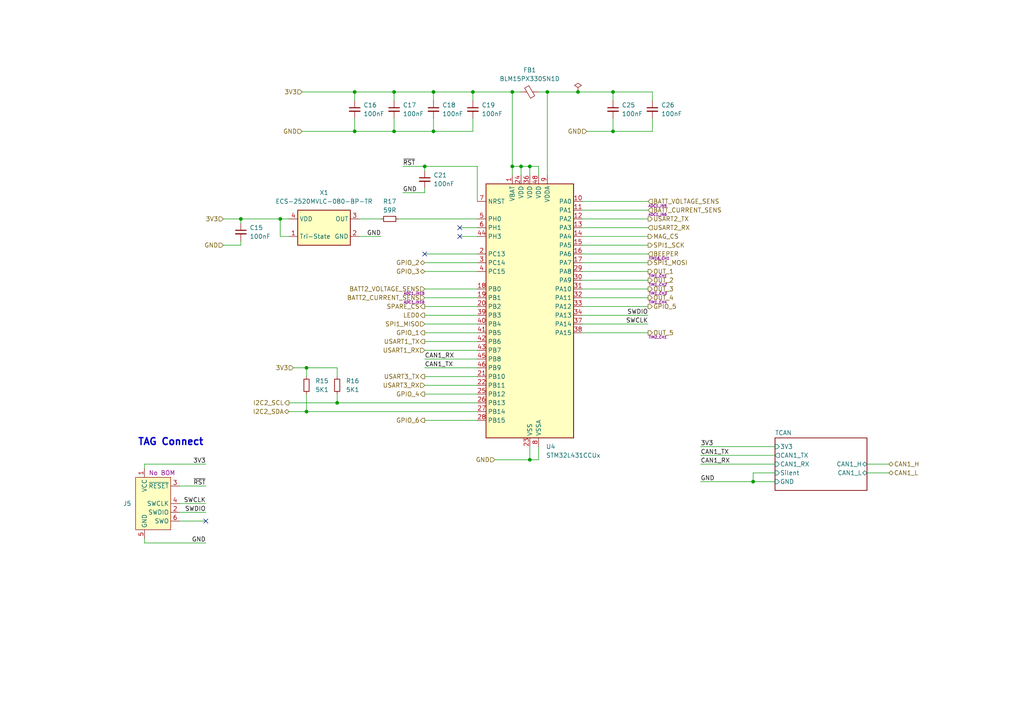
<source format=kicad_sch>
(kicad_sch (version 20250114) (generator "eeschema") (generator_version "9.0")
  (paper "A4")
  (lib_symbols
    (symbol "Connector:Conn_ARM_SWD_TagConnect_TC2030-NL" (in_bom no)
      (property "Reference" "J" (at 2.54 11.43 0))
      (property "Value" "Conn_ARM_SWD_TagConnect_TC2030-NL" (at 2.54 8.89 0))
      (symbol "Conn_ARM_SWD_TagConnect_TC2030-NL_0_0"
        (pin power_in line (at -2.54 10.16 270) (length 2.54) (name "VCC") (number "1"))
        (pin power_in line (at -2.54 -10.16 90) (length 2.54) (name "GND") (number "5"))
        (pin open_collector line (at 7.62 5.08 180) (length 2.54) (name "~{RESET}") (number "3"))
        (pin output line (at 7.62 0 180) (length 2.54) (name "SWCLK") (number "4"))
        (pin bidirectional line (at 7.62 -2.54 180) (length 2.54) (name "SWDIO") (number "2"))
        (pin input line (at 7.62 -5.08 180) (length 2.54) (name "SWO") (number "6"))
      )
      (symbol "Conn_ARM_SWD_TagConnect_TC2030-NL_0_1"
        (rectangle (start -5.08 7.62) (end 5.08 -7.62) (fill (type background)))
      )
    )
    (symbol "Device:C_Small" (pin_numbers (hide yes)) (pin_names (offset 0.254) (hide yes))
      (property "Reference" "C" (at 0.254 1.778 0))
      (property "Value" "C_Small" (at 0.254 -2.032 0))
      (symbol "C_Small_0_1"
        (polyline (pts (xy -1.524 0.508) (xy 1.524 0.508)) (stroke (width 0.3048)))
        (polyline (pts (xy -1.524 -0.508) (xy 1.524 -0.508)) (stroke (width 0.3302)))
      )
      (symbol "C_Small_1_1"
        (pin passive line (at 0 2.54 270) (length 2.032) (name "~") (number "1"))
        (pin passive line (at 0 -2.54 90) (length 2.032) (name "~") (number "2"))
      )
    )
    (symbol "Device:FerriteBead_Small" (pin_numbers (hide yes)) (pin_names (offset 0))
      (property "Reference" "FB" (at 1.905 1.27 0))
      (property "Value" "FerriteBead_Small" (at 1.905 -1.27 0))
      (symbol "FerriteBead_Small_0_1"
        (polyline (pts (xy -1.8288 0.2794) (xy -1.1176 1.4986) (xy 1.8288 -0.2032) (xy 1.1176 -1.4224) (xy -1.8288 0.2794)))
        (polyline (pts (xy 0 0.889) (xy 0 1.2954)))
        (polyline (pts (xy 0 -1.27) (xy 0 -0.7874)))
      )
      (symbol "FerriteBead_Small_1_1"
        (pin passive line (at 0 2.54 270) (length 1.27) (name "~") (number "1"))
        (pin passive line (at 0 -2.54 90) (length 1.27) (name "~") (number "2"))
      )
    )
    (symbol "Device:R_Small" (pin_numbers (hide yes)) (pin_names (offset 0.254) (hide yes))
      (property "Reference" "R" (at 0 0 90))
      (property "Value" "R_Small" (at 1.778 0 90))
      (symbol "R_Small_0_1"
        (rectangle (start -0.762 1.778) (end 0.762 -1.778) (stroke (width 0.2032)))
      )
      (symbol "R_Small_1_1"
        (pin passive line (at 0 2.54 270) (length 0.762) (name "~") (number "1"))
        (pin passive line (at 0 -2.54 90) (length 0.762) (name "~") (number "2"))
      )
    )
    (symbol "MCU_ST_STM32L4:STM32L431CCUx"
      (property "Reference" "U" (at -12.7 39.37 0))
      (property "Value" "STM32L431CCUx" (at 7.62 39.37 0))
      (symbol "STM32L431CCUx_0_1"
        (rectangle (start -12.7 -35.56) (end 12.7 38.1) (stroke (width 0.254)) (fill (type background)))
      )
      (symbol "STM32L431CCUx_1_1"
        (pin input line (at -15.24 33.02 0) (length 2.54) (name "NRST") (number "7"))
        (pin bidirectional line (at -15.24 27.94 0) (length 2.54) (name "PH0") (number "5"))
        (pin bidirectional line (at -15.24 25.4 0) (length 2.54) (name "PH1") (number "6"))
        (pin bidirectional line (at -15.24 22.86 0) (length 2.54) (name "PH3") (number "44"))
        (pin bidirectional line (at -15.24 17.78 0) (length 2.54) (name "PC13") (number "2"))
        (pin bidirectional line (at -15.24 15.24 0) (length 2.54) (name "PC14") (number "3"))
        (pin bidirectional line (at -15.24 12.7 0) (length 2.54) (name "PC15") (number "4"))
        (pin bidirectional line (at -15.24 7.62 0) (length 2.54) (name "PB0") (number "18"))
        (pin bidirectional line (at -15.24 5.08 0) (length 2.54) (name "PB1") (number "19"))
        (pin bidirectional line (at -15.24 2.54 0) (length 2.54) (name "PB2") (number "20"))
        (pin bidirectional line (at -15.24 0 0) (length 2.54) (name "PB3") (number "39"))
        (pin bidirectional line (at -15.24 -2.54 0) (length 2.54) (name "PB4") (number "40"))
        (pin bidirectional line (at -15.24 -5.08 0) (length 2.54) (name "PB5") (number "41"))
        (pin bidirectional line (at -15.24 -7.62 0) (length 2.54) (name "PB6") (number "42"))
        (pin bidirectional line (at -15.24 -10.16 0) (length 2.54) (name "PB7") (number "43"))
        (pin bidirectional line (at -15.24 -12.7 0) (length 2.54) (name "PB8") (number "45"))
        (pin bidirectional line (at -15.24 -15.24 0) (length 2.54) (name "PB9") (number "46"))
        (pin bidirectional line (at -15.24 -17.78 0) (length 2.54) (name "PB10") (number "21"))
        (pin bidirectional line (at -15.24 -20.32 0) (length 2.54) (name "PB11") (number "22"))
        (pin bidirectional line (at -15.24 -22.86 0) (length 2.54) (name "PB12") (number "25"))
        (pin bidirectional line (at -15.24 -25.4 0) (length 2.54) (name "PB13") (number "26"))
        (pin bidirectional line (at -15.24 -27.94 0) (length 2.54) (name "PB14") (number "27"))
        (pin bidirectional line (at -15.24 -30.48 0) (length 2.54) (name "PB15") (number "28"))
        (pin power_in line (at -5.08 40.64 270) (length 2.54) (name "VBAT") (number "1"))
        (pin power_in line (at -2.54 40.64 270) (length 2.54) (name "VDD") (number "24"))
        (pin power_in line (at 0 40.64 270) (length 2.54) (name "VDD") (number "36"))
        (pin power_in line (at 0 -38.1 90) (length 2.54) (name "VSS") (number "23"))
        (pin passive line (at 0 -38.1 90) (length 2.54) (hide yes) (name "VSS") (number "35"))
        (pin passive line (at 0 -38.1 90) (length 2.54) (hide yes) (name "VSS") (number "47"))
        (pin passive line (at 0 -38.1 90) (length 2.54) (hide yes) (name "VSS") (number "49"))
        (pin power_in line (at 2.54 40.64 270) (length 2.54) (name "VDD") (number "48"))
        (pin power_in line (at 2.54 -38.1 90) (length 2.54) (name "VSSA") (number "8"))
        (pin power_in line (at 5.08 40.64 270) (length 2.54) (name "VDDA") (number "9"))
        (pin bidirectional line (at 15.24 33.02 180) (length 2.54) (name "PA0") (number "10"))
        (pin bidirectional line (at 15.24 30.48 180) (length 2.54) (name "PA1") (number "11"))
        (pin bidirectional line (at 15.24 27.94 180) (length 2.54) (name "PA2") (number "12"))
        (pin bidirectional line (at 15.24 25.4 180) (length 2.54) (name "PA3") (number "13"))
        (pin bidirectional line (at 15.24 22.86 180) (length 2.54) (name "PA4") (number "14"))
        (pin bidirectional line (at 15.24 20.32 180) (length 2.54) (name "PA5") (number "15"))
        (pin bidirectional line (at 15.24 17.78 180) (length 2.54) (name "PA6") (number "16"))
        (pin bidirectional line (at 15.24 15.24 180) (length 2.54) (name "PA7") (number "17"))
        (pin bidirectional line (at 15.24 12.7 180) (length 2.54) (name "PA8") (number "29"))
        (pin bidirectional line (at 15.24 10.16 180) (length 2.54) (name "PA9") (number "30"))
        (pin bidirectional line (at 15.24 7.62 180) (length 2.54) (name "PA10") (number "31"))
        (pin bidirectional line (at 15.24 5.08 180) (length 2.54) (name "PA11") (number "32"))
        (pin bidirectional line (at 15.24 2.54 180) (length 2.54) (name "PA12") (number "33"))
        (pin bidirectional line (at 15.24 0 180) (length 2.54) (name "PA13") (number "34"))
        (pin bidirectional line (at 15.24 -2.54 180) (length 2.54) (name "PA14") (number "37"))
        (pin bidirectional line (at 15.24 -5.08 180) (length 2.54) (name "PA15") (number "38"))
      )
    )
    (symbol "Mad_Symbols:ECS-2520MV-xxx-xx"
      (property "Reference" "X" (at -5.08 6.35 0))
      (property "Value" "ECS-2520MV-xxx-xx" (at -7.874 -6.35 0))
      (symbol "ECS-2520MV-xxx-xx_0_1"
        (rectangle (start -7.62 5.08) (end 7.62 -5.08) (stroke (width 0.254)) (fill (type background)))
      )
      (symbol "ECS-2520MV-xxx-xx_1_1"
        (pin power_in line (at -10.16 2.54 0) (length 2.54) (name "VDD") (number "4"))
        (pin input line (at -10.16 -2.54 0) (length 2.54) (name "Tri-State") (number "1"))
        (pin output line (at 10.16 2.54 180) (length 2.54) (name "OUT") (number "3"))
        (pin power_in line (at 10.16 -2.54 180) (length 2.54) (name "GND") (number "2"))
      )
    )
    (symbol "power:PWR_FLAG" (power) (pin_numbers (hide yes)) (pin_names (offset 0) (hide yes))
      (property "Value" "PWR_FLAG" (at 0 3.81 0))
      (symbol "PWR_FLAG_0_0"
        (pin power_out line (at 0 0 90) (length 0) (name "~") (number "1"))
      )
      (symbol "PWR_FLAG_0_1"
        (polyline (pts (xy 0 0) (xy 0 1.27) (xy -1.016 1.905) (xy 0 2.54) (xy 1.016 1.905) (xy 0 1.27)))
      )
    )
  )
  (text "TAG Connect" (at 49.53 128.27 0) (effects (font (size 2 2) (thickness 0.4) (bold yes))))
  (junction (at 97.79 116.84))
  (junction (at 153.67 48.26))
  (junction (at 125.73 38.1))
  (junction (at 102.87 26.67))
  (junction (at 148.59 48.26))
  (junction (at 151.13 48.26))
  (junction (at 114.3 26.67))
  (junction (at 123.19 48.26))
  (junction (at 148.59 26.67))
  (junction (at 88.9 106.68))
  (junction (at 81.28 63.5))
  (junction (at 153.67 133.35))
  (junction (at 102.87 38.1))
  (junction (at 88.9 119.38))
  (junction (at 167.64 26.67))
  (junction (at 158.75 26.67))
  (junction (at 177.8 26.67))
  (junction (at 137.16 26.67))
  (junction (at 177.8 38.1))
  (junction (at 114.3 38.1))
  (junction (at 69.85 63.5))
  (junction (at 125.73 26.67))
  (junction (at 218.44 139.7))
  (no_connect (at 133.35 66.04))
  (no_connect (at 123.19 73.66))
  (no_connect (at 133.35 68.58))
  (no_connect (at 59.69 151.13))
  (wire (pts (xy 168.91 71.12) (xy 187.96 71.12)))
  (wire (pts (xy 218.44 137.16) (xy 218.44 139.7)))
  (wire (pts (xy 177.8 34.29) (xy 177.8 38.1)))
  (wire (pts (xy 153.67 48.26) (xy 156.21 48.26)))
  (wire (pts (xy 123.19 49.53) (xy 123.19 48.26)))
  (wire (pts (xy 203.2 129.54) (xy 224.79 129.54)))
  (wire (pts (xy 116.84 55.88) (xy 123.19 55.88)))
  (wire (pts (xy 218.44 139.7) (xy 224.79 139.7)))
  (wire (pts (xy 218.44 137.16) (xy 224.79 137.16)))
  (wire (pts (xy 115.57 63.5) (xy 138.43 63.5)))
  (wire (pts (xy 167.64 26.67) (xy 177.8 26.67)))
  (wire (pts (xy 104.14 63.5) (xy 110.49 63.5)))
  (wire (pts (xy 168.91 91.44) (xy 187.96 91.44)))
  (wire (pts (xy 123.19 96.52) (xy 138.43 96.52)))
  (wire (pts (xy 123.19 78.74) (xy 138.43 78.74)))
  (wire (pts (xy 153.67 133.35) (xy 156.21 133.35)))
  (wire (pts (xy 123.19 48.26) (xy 116.84 48.26)))
  (wire (pts (xy 133.35 66.04) (xy 138.43 66.04)))
  (wire (pts (xy 203.2 132.08) (xy 224.79 132.08)))
  (wire (pts (xy 187.96 78.74) (xy 168.91 78.74)))
  (wire (pts (xy 187.96 68.58) (xy 168.91 68.58)))
  (wire (pts (xy 81.28 63.5) (xy 81.28 68.58)))
  (wire (pts (xy 123.19 106.68) (xy 138.43 106.68)))
  (wire (pts (xy 97.79 106.68) (xy 97.79 109.22)))
  (wire (pts (xy 203.2 134.62) (xy 224.79 134.62)))
  (wire (pts (xy 187.96 88.9) (xy 168.91 88.9)))
  (wire (pts (xy 156.21 129.54) (xy 156.21 133.35)))
  (wire (pts (xy 170.18 38.1) (xy 177.8 38.1)))
  (wire (pts (xy 52.07 151.13) (xy 59.69 151.13)))
  (wire (pts (xy 151.13 48.26) (xy 151.13 50.8)))
  (wire (pts (xy 85.09 106.68) (xy 88.9 106.68)))
  (wire (pts (xy 102.87 26.67) (xy 102.87 29.21)))
  (wire (pts (xy 187.96 73.66) (xy 168.91 73.66)))
  (wire (pts (xy 64.77 63.5) (xy 69.85 63.5)))
  (wire (pts (xy 148.59 26.67) (xy 151.13 26.67)))
  (wire (pts (xy 123.19 99.06) (xy 138.43 99.06)))
  (wire (pts (xy 69.85 64.77) (xy 69.85 63.5)))
  (wire (pts (xy 102.87 26.67) (xy 114.3 26.67)))
  (wire (pts (xy 123.19 121.92) (xy 138.43 121.92)))
  (wire (pts (xy 148.59 26.67) (xy 148.59 48.26)))
  (wire (pts (xy 203.2 139.7) (xy 218.44 139.7)))
  (wire (pts (xy 87.63 38.1) (xy 102.87 38.1)))
  (wire (pts (xy 177.8 29.21) (xy 177.8 26.67)))
  (wire (pts (xy 123.19 101.6) (xy 138.43 101.6)))
  (wire (pts (xy 88.9 119.38) (xy 138.43 119.38)))
  (wire (pts (xy 187.96 76.2) (xy 168.91 76.2)))
  (wire (pts (xy 251.46 134.62) (xy 257.81 134.62)))
  (wire (pts (xy 189.23 34.29) (xy 189.23 38.1)))
  (wire (pts (xy 168.91 96.52) (xy 187.96 96.52)))
  (wire (pts (xy 158.75 26.67) (xy 167.64 26.67)))
  (wire (pts (xy 148.59 48.26) (xy 151.13 48.26)))
  (wire (pts (xy 83.82 116.84) (xy 97.79 116.84)))
  (wire (pts (xy 102.87 38.1) (xy 102.87 34.29)))
  (wire (pts (xy 251.46 137.16) (xy 257.81 137.16)))
  (wire (pts (xy 123.19 109.22) (xy 138.43 109.22)))
  (wire (pts (xy 83.82 68.58) (xy 81.28 68.58)))
  (wire (pts (xy 137.16 26.67) (xy 137.16 29.21)))
  (wire (pts (xy 143.51 133.35) (xy 153.67 133.35)))
  (wire (pts (xy 52.07 146.05) (xy 59.69 146.05)))
  (wire (pts (xy 123.19 111.76) (xy 138.43 111.76)))
  (wire (pts (xy 153.67 129.54) (xy 153.67 133.35)))
  (wire (pts (xy 69.85 71.12) (xy 69.85 69.85)))
  (wire (pts (xy 151.13 48.26) (xy 153.67 48.26)))
  (wire (pts (xy 88.9 106.68) (xy 97.79 106.68)))
  (wire (pts (xy 59.69 134.62) (xy 41.91 134.62)))
  (wire (pts (xy 123.19 73.66) (xy 138.43 73.66)))
  (wire (pts (xy 102.87 38.1) (xy 114.3 38.1)))
  (wire (pts (xy 97.79 114.3) (xy 97.79 116.84)))
  (wire (pts (xy 156.21 26.67) (xy 158.75 26.67)))
  (wire (pts (xy 123.19 86.36) (xy 138.43 86.36)))
  (wire (pts (xy 187.96 81.28) (xy 168.91 81.28)))
  (wire (pts (xy 52.07 148.59) (xy 59.69 148.59)))
  (wire (pts (xy 125.73 26.67) (xy 125.73 29.21)))
  (wire (pts (xy 52.07 140.97) (xy 59.69 140.97)))
  (wire (pts (xy 123.19 104.14) (xy 138.43 104.14)))
  (wire (pts (xy 125.73 38.1) (xy 125.73 34.29)))
  (wire (pts (xy 137.16 26.67) (xy 148.59 26.67)))
  (wire (pts (xy 148.59 48.26) (xy 148.59 50.8)))
  (wire (pts (xy 41.91 157.48) (xy 41.91 156.21)))
  (wire (pts (xy 114.3 38.1) (xy 125.73 38.1)))
  (wire (pts (xy 153.67 48.26) (xy 153.67 50.8)))
  (wire (pts (xy 97.79 116.84) (xy 138.43 116.84)))
  (wire (pts (xy 69.85 63.5) (xy 81.28 63.5)))
  (wire (pts (xy 168.91 66.04) (xy 187.96 66.04)))
  (wire (pts (xy 88.9 106.68) (xy 88.9 109.22)))
  (wire (pts (xy 187.96 60.96) (xy 168.91 60.96)))
  (wire (pts (xy 59.69 157.48) (xy 41.91 157.48)))
  (wire (pts (xy 123.19 114.3) (xy 138.43 114.3)))
  (wire (pts (xy 123.19 83.82) (xy 138.43 83.82)))
  (wire (pts (xy 114.3 26.67) (xy 114.3 29.21)))
  (wire (pts (xy 133.35 68.58) (xy 138.43 68.58)))
  (wire (pts (xy 87.63 26.67) (xy 102.87 26.67)))
  (wire (pts (xy 83.82 119.38) (xy 88.9 119.38)))
  (wire (pts (xy 138.43 48.26) (xy 123.19 48.26)))
  (wire (pts (xy 125.73 26.67) (xy 137.16 26.67)))
  (wire (pts (xy 41.91 134.62) (xy 41.91 135.89)))
  (wire (pts (xy 123.19 76.2) (xy 138.43 76.2)))
  (wire (pts (xy 123.19 93.98) (xy 138.43 93.98)))
  (wire (pts (xy 64.77 71.12) (xy 69.85 71.12)))
  (wire (pts (xy 189.23 26.67) (xy 177.8 26.67)))
  (wire (pts (xy 168.91 63.5) (xy 187.96 63.5)))
  (wire (pts (xy 88.9 114.3) (xy 88.9 119.38)))
  (wire (pts (xy 187.96 86.36) (xy 168.91 86.36)))
  (wire (pts (xy 114.3 38.1) (xy 114.3 34.29)))
  (wire (pts (xy 138.43 48.26) (xy 138.43 58.42)))
  (wire (pts (xy 137.16 38.1) (xy 137.16 34.29)))
  (wire (pts (xy 189.23 29.21) (xy 189.23 26.67)))
  (wire (pts (xy 123.19 88.9) (xy 138.43 88.9)))
  (wire (pts (xy 123.19 55.88) (xy 123.19 54.61)))
  (wire (pts (xy 104.14 68.58) (xy 110.49 68.58)))
  (wire (pts (xy 177.8 38.1) (xy 189.23 38.1)))
  (wire (pts (xy 123.19 91.44) (xy 138.43 91.44)))
  (wire (pts (xy 187.96 83.82) (xy 168.91 83.82)))
  (wire (pts (xy 168.91 93.98) (xy 187.96 93.98)))
  (wire (pts (xy 187.96 58.42) (xy 168.91 58.42)))
  (wire (pts (xy 114.3 26.67) (xy 125.73 26.67)))
  (wire (pts (xy 125.73 38.1) (xy 137.16 38.1)))
  (wire (pts (xy 158.75 26.67) (xy 158.75 50.8)))
  (wire (pts (xy 81.28 63.5) (xy 83.82 63.5)))
  (wire (pts (xy 156.21 48.26) (xy 156.21 50.8)))
  (label "GND" (at 59.69 157.48 180))
  (label "CAN1_TX" (at 203.2 132.08 0))
  (label "GND" (at 203.2 139.7 0))
  (label "CAN1_TX" (at 123.19 106.68 0))
  (label "SWCLK" (at 59.69 146.05 180))
  (label "3V3" (at 203.2 129.54 0))
  (label "SWDIO" (at 59.69 148.59 180))
  (label "CAN1_RX" (at 123.19 104.14 0))
  (label "SWCLK" (at 187.96 93.98 180))
  (label "~{RST}" (at 59.69 140.97 180))
  (label "SWDIO" (at 187.96 91.44 180))
  (label "GND" (at 116.84 55.88 0))
  (label "GND" (at 110.49 68.58 180))
  (label "~{RST}" (at 116.84 48.26 0))
  (label "3V3" (at 59.69 134.62 180))
  (label "CAN1_RX" (at 203.2 134.62 0))
  (hierarchical_label "USART3_RX" (shape input) (at 123.19 111.76 180))
  (hierarchical_label "CAN1_H" (shape bidirectional) (at 257.81 134.62 0))
  (hierarchical_label "GPIO_1" (shape output) (at 123.19 96.52 180))
  (hierarchical_label "GND" (shape input) (at 87.63 38.1 180))
  (hierarchical_label "BATT_CURRENT_SENS" (shape input) (at 187.96 60.96 0) (property "Use" "ADC1_IN6" (at 187.96 62.23 0) (effects (font (size 0.75 0.75) (italic yes)) (justify left))))
  (hierarchical_label "GPIO_5" (shape output) (at 187.96 88.9 0))
  (hierarchical_label "I2C2_SDA" (shape bidirectional) (at 83.82 119.38 180))
  (hierarchical_label "3V3" (shape input) (at 85.09 106.68 180))
  (hierarchical_label "I2C2_SCL" (shape output) (at 83.82 116.84 180))
  (hierarchical_label "OUT_5" (shape output) (at 187.96 96.52 0) (effects (font (thickness 0.1588))) (property "Use" "TIM2_CH1" (at 187.96 97.79 0) (effects (font (size 0.75 0.75) (italic yes)) (justify left))))
  (hierarchical_label "GND" (shape input) (at 64.77 71.12 180))
  (hierarchical_label "USART1_RX" (shape input) (at 123.19 101.6 180))
  (hierarchical_label "OUT_2" (shape output) (at 187.96 81.28 0) (effects (font (thickness 0.1588))) (property "Use" "TIM1_CH2" (at 187.96 82.55 0) (effects (font (size 0.75 0.75) (italic yes)) (justify left))))
  (hierarchical_label "BATT2_VOLTAGE_SENS" (shape input) (at 123.19 83.82 180) (property "Use" "ADC1_IN15" (at 123.19 85.09 0) (effects (font (size 0.75 0.75) (italic yes)) (justify right))))
  (hierarchical_label "SPI1_MISO" (shape input) (at 123.19 93.98 180))
  (hierarchical_label "USART3_TX" (shape output) (at 123.19 109.22 180))
  (hierarchical_label "3V3" (shape input) (at 64.77 63.5 180))
  (hierarchical_label "GPIO_3" (shape bidirectional) (at 123.19 78.74 180))
  (hierarchical_label "USART1_TX" (shape output) (at 123.19 99.06 180))
  (hierarchical_label "SPARE_CS" (shape output) (at 123.19 88.9 180))
  (hierarchical_label "GPIO_2" (shape bidirectional) (at 123.19 76.2 180))
  (hierarchical_label "MAG_CS" (shape output) (at 187.96 68.58 0))
  (hierarchical_label "GND" (shape input) (at 143.51 133.35 180))
  (hierarchical_label "GPIO_4" (shape output) (at 123.19 114.3 180))
  (hierarchical_label "BATT2_CURRENT_SENS" (shape input) (at 123.19 86.36 180) (property "Use" "ADC1_IN16" (at 123.19 87.63 0) (effects (font (size 0.75 0.75) (italic yes)) (justify right))))
  (hierarchical_label "CAN1_L" (shape bidirectional) (at 257.81 137.16 0))
  (hierarchical_label "GND" (shape input) (at 170.18 38.1 180))
  (hierarchical_label "LED0" (shape output) (at 123.19 91.44 180))
  (hierarchical_label "OUT_1" (shape output) (at 187.96 78.74 0) (effects (font (thickness 0.1588))) (property "Use" "TIM1_CH1" (at 187.96 80.01 0) (effects (font (size 0.75 0.75) (italic yes)) (justify left))))
  (hierarchical_label "BEEPER" (shape input) (at 187.96 73.66 0) (property "Use" "TIM16_CH1" (at 187.96 74.93 0) (effects (font (size 0.75 0.75) (italic yes)) (justify left))))
  (hierarchical_label "OUT_3" (shape output) (at 187.96 83.82 0) (effects (font (thickness 0.1588))) (property "Use" "TIM1_CH3" (at 187.96 85.09 0) (effects (font (size 0.75 0.75) (italic yes)) (justify left))))
  (hierarchical_label "BATT_VOLTAGE_SENS" (shape input) (at 187.96 58.42 0) (property "Use" "ADC1_IN5" (at 187.96 59.69 0) (effects (font (size 0.75 0.75) (italic yes)) (justify left))))
  (hierarchical_label "OUT_4" (shape output) (at 187.96 86.36 0) (effects (font (thickness 0.1588))) (property "Use" "TIM1_CH4" (at 187.96 87.63 0) (effects (font (size 0.75 0.75) (italic yes)) (justify left))))
  (hierarchical_label "SPI1_MOSI" (shape output) (at 187.96 76.2 0))
  (hierarchical_label "3V3" (shape input) (at 87.63 26.67 180))
  (hierarchical_label "SPI1_SCK" (shape output) (at 187.96 71.12 0))
  (hierarchical_label "GPIO_6" (shape output) (at 123.19 121.92 180))
  (hierarchical_label "USART2_TX" (shape output) (at 187.96 63.5 0))
  (hierarchical_label "USART2_RX" (shape input) (at 187.96 66.04 0))
  (symbol (lib_id "MCU_ST_STM32L4:STM32L431CCUx") (at 153.67 91.44 0) (unit 1)
    (property "Reference" "U4" (at 158.3533 129.54 0) (effects (justify left)))
    (property "Value" "STM32L431CCUx" (at 158.3533 132.08 0) (effects (justify left)))
    (property "Footprint" "Package_DFN_QFN:QFN-48-1EP_7x7mm_P0.5mm_EP5.6x5.6mm" (effects (hide yes)))
    (property "Datasheet" "https://www.st.com/resource/en/datasheet/stm32l431cc.pdf" (effects (hide yes)))
    (property "Description" "STMicroelectronics Arm Cortex-M4 MCU, 256KB flash, 64KB RAM, 80 MHz, 1.71-3.6V, 38 GPIO, UFQFPN48" (effects (hide yes)))
    (property "Price" "$4.56 " (effects (hide yes)))
    (property "Rating" "IC MCU 32BIT 256KB FLSH 48UFQFPN" (effects (hide yes)))
    (property "Supplier" "Digikey" (effects (hide yes)))
    (property "Supplier PN" "497-17838-ND" (effects (hide yes)))
    (property "Manufacturer" "STMicroelectronics" (effects (hide yes)))
    (property "MPN" "STM32L431CCU6" (effects (hide yes)))
    (property "LCSC" "C1337258" (effects (hide yes)))
  )
  (symbol (lib_id "Device:C_Small") (at 102.87 31.75 0) (mirror y) (unit 1)
    (property "Reference" "C16" (at 105.41 30.4862 0) (effects (justify right)))
    (property "Value" "100nF" (at 105.41 33.0262 0) (effects (justify right)))
    (property "Footprint" "Capacitor_SMD:C_0402_1005Metric" (effects (hide yes)))
    (property "Datasheet" "https://www.yageo.com/upload/media/product/productsearch/datasheet/mlcc/UPY-GPHC_X7R_6.3V-to-250V_24.pdf" (effects (hide yes)))
    (property "Description" "0.1 µF ±10% 25V Ceramic Capacitor X7R 0402 (1005 Metric)" (effects (hide yes)))
    (property "Price" "$0.17" (effects (hide yes)))
    (property "Rating" "CAP 0402 50V 100 NF X7R" (effects (hide yes)))
    (property "Supplier" "Digikey" (effects (hide yes)))
    (property "Supplier PN" "13-CC0402KPX7R9BB104CT-ND" (effects (hide yes)))
    (property "Manufacturer" "YAGEO" (effects (hide yes)))
    (property "MPN" "CC0402KPX7R9BB104" (effects (hide yes)))
    (property "LCSC" "C432917" (effects (hide yes)))
  )
  (symbol (lib_id "Device:C_Small") (at 125.73 31.75 0) (mirror y) (unit 1)
    (property "Reference" "C18" (at 128.27 30.4862 0) (effects (justify right)))
    (property "Value" "100nF" (at 128.27 33.0262 0) (effects (justify right)))
    (property "Footprint" "Capacitor_SMD:C_0402_1005Metric" (effects (hide yes)))
    (property "Datasheet" "https://www.yageo.com/upload/media/product/productsearch/datasheet/mlcc/UPY-GPHC_X7R_6.3V-to-250V_24.pdf" (effects (hide yes)))
    (property "Description" "0.1 µF ±10% 25V Ceramic Capacitor X7R 0402 (1005 Metric)" (effects (hide yes)))
    (property "Price" "$0.17" (effects (hide yes)))
    (property "Rating" "CAP 0402 50V 100 NF X7R" (effects (hide yes)))
    (property "Supplier" "Digikey" (effects (hide yes)))
    (property "Supplier PN" "13-CC0402KPX7R9BB104CT-ND" (effects (hide yes)))
    (property "Manufacturer" "YAGEO" (effects (hide yes)))
    (property "MPN" "CC0402KPX7R9BB104" (effects (hide yes)))
    (property "LCSC" "C432917" (effects (hide yes)))
  )
  (symbol (lib_id "Device:C_Small") (at 137.16 31.75 0) (mirror y) (unit 1)
    (property "Reference" "C19" (at 139.7 30.4862 0) (effects (justify right)))
    (property "Value" "100nF" (at 139.7 33.0262 0) (effects (justify right)))
    (property "Footprint" "Capacitor_SMD:C_0402_1005Metric" (effects (hide yes)))
    (property "Datasheet" "https://www.yageo.com/upload/media/product/productsearch/datasheet/mlcc/UPY-GPHC_X7R_6.3V-to-250V_24.pdf" (effects (hide yes)))
    (property "Description" "0.1 µF ±10% 25V Ceramic Capacitor X7R 0402 (1005 Metric)" (effects (hide yes)))
    (property "Price" "$0.17" (effects (hide yes)))
    (property "Rating" "CAP 0402 50V 100 NF X7R" (effects (hide yes)))
    (property "Supplier" "Digikey" (effects (hide yes)))
    (property "Supplier PN" "13-CC0402KPX7R9BB104CT-ND" (effects (hide yes)))
    (property "Manufacturer" "YAGEO" (effects (hide yes)))
    (property "MPN" "CC0402KPX7R9BB104" (effects (hide yes)))
    (property "LCSC" "C432917" (effects (hide yes)))
  )
  (symbol (lib_id "Connector:Conn_ARM_SWD_TagConnect_TC2030-NL") (at 44.45 146.05 0) (unit 1) (in_bom no)
    (property "Reference" "J5" (at 38.1 146.0499 0) (effects (justify right)))
    (property "Value" "Conn_ARM_SWD_TagConnect_TC2030-NL" (effects (hide yes)))
    (property "Footprint" "Connector:Tag-Connect_TC2030-IDC-NL_2x03_P1.27mm_Vertical" (effects (hide yes)))
    (property "Datasheet" "https://www.tag-connect.com/wp-content/uploads/bsk-pdf-manager/TC2030-CTX_1.pdf" (effects (hide yes)))
    (property "Notes" "No BOM" (at 46.99 137.16 0))
  )
  (symbol (lib_id "Mad_Symbols:ECS-2520MV-xxx-xx") (at 93.98 66.04 0) (unit 1)
    (property "Reference" "X1" (at 93.98 55.88 0))
    (property "Value" "ECS-2520MVLC-080-BP-TR" (at 93.98 58.42 0))
    (property "Footprint" "Oscillator:Oscillator_SMD_ECS_2520MV-xxx-xx-4Pin_2.5x2.0mm" (effects (hide yes)))
    (property "Datasheet" "https://www.ecsxtal.com/store/pdf/ECS-2520MV.pdf" (effects (hide yes)))
    (property "Description" "HCMOS Crystal Clock Oscillator, 2.5x2.0 mm SMD" (effects (hide yes)))
    (property "Price" "$1.99" (effects (hide yes)))
    (property "Rating" "XTAL OSC XO 8.0MHZ CMOS SMD" (effects (hide yes)))
    (property "Supplier" "Digikey" (effects (hide yes)))
    (property "Supplier PN" "50-ECS-2520MVLC-080-BP-TRCT-ND" (effects (hide yes)))
    (property "Manufacturer" "ECS Inc." (effects (hide yes)))
    (property "MPN" "ECS-2520MVLC-080-BP-TR" (effects (hide yes)))
    (property "LCSC" "C17220804" (effects (hide yes)))
  )
  (symbol (lib_id "Device:FerriteBead_Small") (at 153.67 26.67 90) (mirror x) (unit 1)
    (property "Reference" "FB1" (at 153.6319 20.32 90))
    (property "Value" "BLM15PX330SN1D" (at 153.6319 22.86 90))
    (property "Footprint" "Inductor_SMD:L_0402_1005Metric" (effects (hide yes)))
    (property "Datasheet" "https://www.murata.com/en-us/products/productdata/8796740059166/ENFA0018.pdf" (effects (hide yes)))
    (property "Description" "33 Ohms 1 Power Line Ferrite Bead 0402 (1005 Metric) 3A 22mOhm" (effects (hide yes)))
    (property "Price" "$0.16" (effects (hide yes)))
    (property "Rating" "FERRITE BEAD 33 OHM 0402 1LN" (effects (hide yes)))
    (property "Supplier" "Digikey" (effects (hide yes)))
    (property "Supplier PN" "490-10661-1-ND" (effects (hide yes)))
    (property "Manufacturer" "Murata Electronics" (effects (hide yes)))
    (property "MPN" "BLM15PX330SN1D" (effects (hide yes)))
    (property "LCSC" "C160974" (effects (hide yes)))
  )
  (symbol (lib_id "Device:C_Small") (at 177.8 31.75 0) (mirror y) (unit 1)
    (property "Reference" "C25" (at 180.34 30.4862 0) (effects (justify right)))
    (property "Value" "100nF" (at 180.34 33.0262 0) (effects (justify right)))
    (property "Footprint" "Capacitor_SMD:C_0402_1005Metric" (effects (hide yes)))
    (property "Datasheet" "https://www.yageo.com/upload/media/product/productsearch/datasheet/mlcc/UPY-GPHC_X7R_6.3V-to-250V_24.pdf" (effects (hide yes)))
    (property "Description" "0.1 µF ±10% 25V Ceramic Capacitor X7R 0402 (1005 Metric)" (effects (hide yes)))
    (property "Price" "$0.17" (effects (hide yes)))
    (property "Rating" "CAP 0402 50V 100 NF X7R" (effects (hide yes)))
    (property "Supplier" "Digikey" (effects (hide yes)))
    (property "Supplier PN" "13-CC0402KPX7R9BB104CT-ND" (effects (hide yes)))
    (property "Manufacturer" "YAGEO" (effects (hide yes)))
    (property "MPN" "CC0402KPX7R9BB104" (effects (hide yes)))
    (property "LCSC" "C432917" (effects (hide yes)))
  )
  (symbol (lib_id "Device:R_Small") (at 113.03 63.5 270) (mirror x) (unit 1)
    (property "Reference" "R17" (at 113.03 58.42 90))
    (property "Value" "59R" (at 113.03 60.96 90))
    (property "Footprint" "Resistor_SMD:R_0402_1005Metric" (effects (hide yes)))
    (property "Datasheet" "https://www.yageo.com/upload/media/product/products/datasheet/rchip/PYu-RC_Group_51_RoHS_L_12.pdf" (effects (hide yes)))
    (property "Description" "Resistor, small symbol" (effects (hide yes)))
    (property "Price" "$0.16" (effects (hide yes)))
    (property "Rating" "RES 59 OHM 1% 1/16W 0402" (effects (hide yes)))
    (property "Supplier" "Digikey" (effects (hide yes)))
    (property "Supplier PN" "YAG3194CT-ND" (effects (hide yes)))
    (property "Manufacturer" "YAGEO" (effects (hide yes)))
    (property "MPN" "RC0402FR-0759RL" (effects (hide yes)))
    (property "LCSC" "C273340" (effects (hide yes)))
  )
  (symbol (lib_id "Device:R_Small") (at 97.79 111.76 0) (unit 1)
    (property "Reference" "R16" (at 100.33 110.4899 0) (effects (justify left)))
    (property "Value" "5K1" (at 100.33 113.0299 0) (effects (justify left)))
    (property "Footprint" "Resistor_SMD:R_0402_1005Metric" (effects (hide yes)))
    (property "Datasheet" "https://www.yageo.com/upload/media/product/products/datasheet/rchip/PYu-RC_Group_51_RoHS_L_12.pdf" (effects (hide yes)))
    (property "Description" "Resistor, small symbol" (effects (hide yes)))
    (property "Manufacturer" "YAGEO" (effects (hide yes)))
    (property "MPN" "RC0402FR-071KL" (effects (hide yes)))
    (property "Price" "$0.16" (effects (hide yes)))
    (property "Rating" "RES 5.1K OHM 1% 1/16W 0402" (effects (hide yes)))
    (property "Supplier" "Digikey" (effects (hide yes)))
    (property "Supplier PN" "311-5.10KLRCT-ND" (effects (hide yes)))
    (property "LCSC" "C105872" (effects (hide yes)))
  )
  (symbol (lib_id "Device:C_Small") (at 69.85 67.31 0) (unit 1)
    (property "Reference" "C15" (at 72.39 66.0462 0) (effects (justify left)))
    (property "Value" "100nF" (at 72.39 68.5862 0) (effects (justify left)))
    (property "Footprint" "Capacitor_SMD:C_0402_1005Metric" (effects (hide yes)))
    (property "Datasheet" "https://www.yageo.com/upload/media/product/productsearch/datasheet/mlcc/UPY-GPHC_X7R_6.3V-to-250V_24.pdf" (effects (hide yes)))
    (property "Description" "0.1 µF ±10% 25V Ceramic Capacitor X7R 0402 (1005 Metric)" (effects (hide yes)))
    (property "Price" "$0.17" (effects (hide yes)))
    (property "Rating" "CAP 0402 50V 100 NF X7R" (effects (hide yes)))
    (property "Supplier" "Digikey" (effects (hide yes)))
    (property "Supplier PN" "13-CC0402KPX7R9BB104CT-ND" (effects (hide yes)))
    (property "Manufacturer" "YAGEO" (effects (hide yes)))
    (property "MPN" "CC0402KPX7R9BB104" (effects (hide yes)))
    (property "LCSC" "C432917" (effects (hide yes)))
  )
  (symbol (lib_id "Device:C_Small") (at 123.19 52.07 0) (unit 1)
    (property "Reference" "C21" (at 125.73 50.8062 0) (effects (justify left)))
    (property "Value" "100nF" (at 125.73 53.3462 0) (effects (justify left)))
    (property "Footprint" "Capacitor_SMD:C_0402_1005Metric" (effects (hide yes)))
    (property "Datasheet" "https://www.yageo.com/upload/media/product/productsearch/datasheet/mlcc/UPY-GPHC_X7R_6.3V-to-250V_24.pdf" (effects (hide yes)))
    (property "Description" "0.1 µF ±10% 25V Ceramic Capacitor X7R 0402 (1005 Metric)" (effects (hide yes)))
    (property "Price" "$0.17" (effects (hide yes)))
    (property "Rating" "CAP 0402 50V 100 NF X7R" (effects (hide yes)))
    (property "Supplier" "Digikey" (effects (hide yes)))
    (property "Supplier PN" "13-CC0402KPX7R9BB104CT-ND" (effects (hide yes)))
    (property "Manufacturer" "YAGEO" (effects (hide yes)))
    (property "MPN" "CC0402KPX7R9BB104" (effects (hide yes)))
    (property "LCSC" "C432917" (effects (hide yes)))
  )
  (symbol (lib_id "Device:R_Small") (at 88.9 111.76 0) (unit 1)
    (property "Reference" "R15" (at 91.44 110.4899 0) (effects (justify left)))
    (property "Value" "5K1" (at 91.44 113.0299 0) (effects (justify left)))
    (property "Footprint" "Resistor_SMD:R_0402_1005Metric" (effects (hide yes)))
    (property "Datasheet" "https://www.yageo.com/upload/media/product/products/datasheet/rchip/PYu-RC_Group_51_RoHS_L_12.pdf" (effects (hide yes)))
    (property "Description" "Resistor, small symbol" (effects (hide yes)))
    (property "Manufacturer" "YAGEO" (effects (hide yes)))
    (property "MPN" "RC0402FR-071KL" (effects (hide yes)))
    (property "Price" "$0.16" (effects (hide yes)))
    (property "Rating" "RES 5.1K OHM 1% 1/16W 0402" (effects (hide yes)))
    (property "Supplier" "Digikey" (effects (hide yes)))
    (property "Supplier PN" "311-5.10KLRCT-ND" (effects (hide yes)))
    (property "LCSC" "C105872" (effects (hide yes)))
  )
  (symbol (lib_id "power:PWR_FLAG") (at 167.64 26.67 0) (mirror y) (unit 1)
    (property "Reference" "#FLG03" (effects (hide yes)))
    (property "Value" "PWR_FLAG" (effects (hide yes)))
    (property "Description" "Special symbol for telling ERC where power comes from" (effects (hide yes)))
  )
  (symbol (lib_id "Device:C_Small") (at 189.23 31.75 0) (mirror y) (unit 1)
    (property "Reference" "C26" (at 191.77 30.4862 0) (effects (justify right)))
    (property "Value" "100nF" (at 191.77 33.0262 0) (effects (justify right)))
    (property "Footprint" "Capacitor_SMD:C_0402_1005Metric" (effects (hide yes)))
    (property "Datasheet" "https://www.yageo.com/upload/media/product/productsearch/datasheet/mlcc/UPY-GPHC_X7R_6.3V-to-250V_24.pdf" (effects (hide yes)))
    (property "Description" "0.1 µF ±10% 25V Ceramic Capacitor X7R 0402 (1005 Metric)" (effects (hide yes)))
    (property "Price" "$0.17" (effects (hide yes)))
    (property "Rating" "CAP 0402 50V 100 NF X7R" (effects (hide yes)))
    (property "Supplier" "Digikey" (effects (hide yes)))
    (property "Supplier PN" "13-CC0402KPX7R9BB104CT-ND" (effects (hide yes)))
    (property "Manufacturer" "YAGEO" (effects (hide yes)))
    (property "MPN" "CC0402KPX7R9BB104" (effects (hide yes)))
    (property "LCSC" "C432917" (effects (hide yes)))
  )
  (symbol (lib_id "Device:C_Small") (at 114.3 31.75 0) (mirror y) (unit 1)
    (property "Reference" "C17" (at 116.84 30.4862 0) (effects (justify right)))
    (property "Value" "100nF" (at 116.84 33.0262 0) (effects (justify right)))
    (property "Footprint" "Capacitor_SMD:C_0402_1005Metric" (effects (hide yes)))
    (property "Datasheet" "https://www.yageo.com/upload/media/product/productsearch/datasheet/mlcc/UPY-GPHC_X7R_6.3V-to-250V_24.pdf" (effects (hide yes)))
    (property "Description" "0.1 µF ±10% 25V Ceramic Capacitor X7R 0402 (1005 Metric)" (effects (hide yes)))
    (property "Price" "$0.17" (effects (hide yes)))
    (property "Rating" "CAP 0402 50V 100 NF X7R" (effects (hide yes)))
    (property "Supplier" "Digikey" (effects (hide yes)))
    (property "Supplier PN" "13-CC0402KPX7R9BB104CT-ND" (effects (hide yes)))
    (property "Manufacturer" "YAGEO" (effects (hide yes)))
    (property "MPN" "CC0402KPX7R9BB104" (effects (hide yes)))
    (property "LCSC" "C432917" (effects (hide yes)))
  )
  (sheet (at 224.79 127) (size 26.67 15.24) (stroke (width 0.1524))
    (property "Sheetname" "TCAN" (at 224.79 126.2884 0) (effects (justify left bottom)))
    (property "Sheetfile" "TCAN.kicad_sch" (effects (hide yes)))
    (pin "3V3" input (at 224.79 129.54 180))
    (pin "CAN1_H" bidirectional (at 251.46 134.62 0))
    (pin "CAN1_L" bidirectional (at 251.46 137.16 0))
    (pin "CAN1_RX" input (at 224.79 134.62 180))
    (pin "CAN1_TX" output (at 224.79 132.08 180))
    (pin "GND" input (at 224.79 139.7 180))
    (pin "Silent" input (at 224.79 137.16 180))
  )
)
</source>
